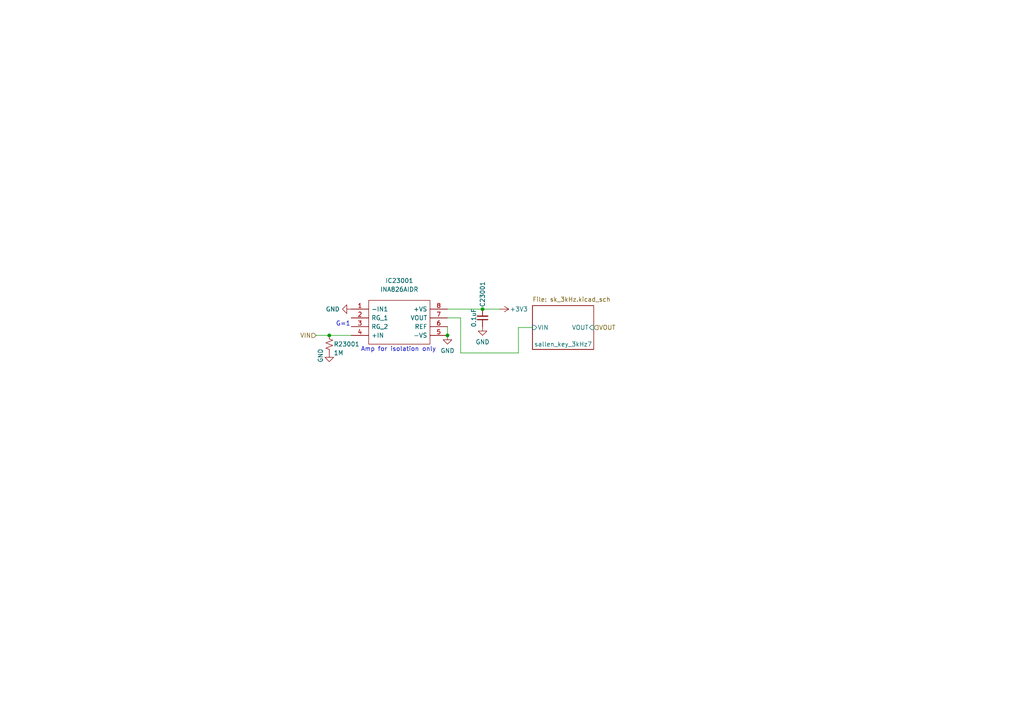
<source format=kicad_sch>
(kicad_sch (version 20231120) (generator "eeschema") (generator_version "8.0")
  (paper "A4")
  (lib_symbols
    (symbol "Device:C_Small" (pin_numbers hide) (pin_names (offset 0.254) hide)
      (property "Reference" "C" (at 0.254 1.778 0))
      (property "Value" "C_Small" (at 0.254 -2.032 0))
      (symbol "C_Small_0_1"
        (polyline (pts (xy -1.524 -0.508) (xy 1.524 -0.508)) (stroke (width 0.3302)))
        (polyline (pts (xy -1.524 0.508) (xy 1.524 0.508)) (stroke (width 0.3048)))
      )
      (symbol "C_Small_1_1"
        (pin passive line (at 0 2.54 270) (length 2.032) (name "~") (number "1"))
        (pin passive line (at 0 -2.54 90) (length 2.032) (name "~") (number "2"))
      )
    )
    (symbol "Device:R_Small_US" (pin_numbers hide) (pin_names (offset 0.254) hide)
      (property "Reference" "R" (at 0.762 0.508 0))
      (property "Value" "R_Small_US" (at 0.762 -1.016 0))
      (symbol "R_Small_US_1_1"
        (polyline (pts (xy 0 0) (xy 1.016 -0.381) (xy 0 -0.762) (xy -1.016 -1.143) (xy 0 -1.524)))
        (polyline (pts (xy 0 1.524) (xy 1.016 1.143) (xy 0 0.762) (xy -1.016 0.381) (xy 0 0)))
        (pin passive line (at 0 2.54 270) (length 1.016) (name "~") (number "1"))
        (pin passive line (at 0 -2.54 90) (length 1.016) (name "~") (number "2"))
      )
    )
    (symbol "aaa:INA826AIDR" (pin_names (offset 0.762))
      (property "Reference" "IC" (at 24.13 7.62 0))
      (property "Value" "INA826AIDR" (at 24.13 5.08 0))
      (symbol "INA826AIDR_0_0"
        (pin passive line (at 0 0 0) (length 5.08) (name "-IN1") (number "1"))
        (pin passive line (at 0 -2.54 0) (length 5.08) (name "RG_1") (number "2"))
        (pin passive line (at 0 -5.08 0) (length 5.08) (name "RG_2") (number "3"))
        (pin passive line (at 0 -7.62 0) (length 5.08) (name "+IN") (number "4"))
        (pin passive line (at 27.94 -7.62 180) (length 5.08) (name "-VS") (number "5"))
        (pin passive line (at 27.94 -5.08 180) (length 5.08) (name "REF") (number "6"))
        (pin passive line (at 27.94 -2.54 180) (length 5.08) (name "VOUT") (number "7"))
        (pin passive line (at 27.94 0 180) (length 5.08) (name "+VS") (number "8"))
      )
      (symbol "INA826AIDR_0_1"
        (polyline (pts (xy 5.08 2.54) (xy 22.86 2.54) (xy 22.86 -10.16) (xy 5.08 -10.16) (xy 5.08 2.54)) (stroke (width 0.1524)))
      )
    )
    (symbol "power:+3V3" (power) (pin_numbers hide) (pin_names (offset 0) hide)
      (property "Value" "+3V3" (at 0 3.556 0))
      (symbol "+3V3_0_1"
        (polyline (pts (xy -0.762 1.27) (xy 0 2.54)))
        (polyline (pts (xy 0 0) (xy 0 2.54)))
        (polyline (pts (xy 0 2.54) (xy 0.762 1.27)))
      )
      (symbol "+3V3_1_1"
        (pin power_in line (at 0 0 90) (length 0) (name "~") (number "1"))
      )
    )
    (symbol "power:GND" (power) (pin_names (offset 0))
      (property "Value" "GND" (at 0 -3.81 0))
      (symbol "GND_0_1"
        (polyline (pts (xy 0 0) (xy 0 -1.27) (xy 1.27 -1.27) (xy 0 -2.54) (xy -1.27 -1.27) (xy 0 -1.27)))
      )
      (symbol "GND_1_1"
        (pin power_in line (at 0 0 270) (length 0) hide (name "GND") (number "1"))
      )
    )
  )
  (junction (at 95.504 97.282))
  (junction (at 129.794 97.282))
  (junction (at 139.954 89.662))
  (wire (pts (xy 129.794 94.742) (xy 129.794 97.282)))
  (wire (pts (xy 129.794 89.662) (xy 139.954 89.662)))
  (wire (pts (xy 101.854 97.282) (xy 95.504 97.282)))
  (wire (pts (xy 150.368 102.362) (xy 133.604 102.362)))
  (wire (pts (xy 133.604 102.362) (xy 133.604 92.202)))
  (wire (pts (xy 139.954 89.662) (xy 145.034 89.662)))
  (wire (pts (xy 154.432 94.996) (xy 150.368 94.996)))
  (wire (pts (xy 150.368 94.996) (xy 150.368 102.362)))
  (wire (pts (xy 95.504 97.282) (xy 91.694 97.282)))
  (wire (pts (xy 133.604 92.202) (xy 129.794 92.202)))
  (text "Amp for isolation only" (at 104.648 102.108 0) (effects (font (size 1.27 1.27)) (justify left bottom)))
  (text "G=1" (at 97.409 94.742 0) (effects (font (size 1.27 1.27)) (justify left bottom)))
  (hierarchical_label "VOUT" (shape input) (at 172.212 94.996 0))
  (hierarchical_label "VIN" (shape input) (at 91.694 97.282 180))
  (symbol (lib_id "Device:R_Small_US") (at 95.504 99.822 0) (unit 1)
    (property "Reference" "R23001" (at 96.774 99.822 0) (effects (justify left)))
    (property "Value" "1M" (at 96.774 102.362 0) (effects (justify left)))
    (property "Footprint" "Resistor_SMD:R_0402_1005Metric" (effects (hide yes)))
    (instances (project "analog_frontend_panel" (path "" (reference "R23001") (unit 1)) (path "" (reference "R22001") (unit 1)) (path "" (reference "R27003") (unit 1)) (path "" (reference "R24001") (unit 1))))
  )
  (symbol (lib_id "aaa:INA826AIDR") (at 101.854 89.662 0) (unit 1)
    (property "Reference" "IC23001" (at 115.824 81.407 0))
    (property "Value" "INA826AIDR" (at 115.824 83.947 0))
    (property "Footprint" "aaa:SOIC127P600X175-8N" (effects (hide yes)))
    (property "Datasheet" "http://www.ti.com/lit/gpn/ina826" (effects (hide yes)))
    (property "Description" "Precision, 200-uA Supply Current, 36-V Supply Instrumentation Amplifier" (effects (hide yes)))
    (property "Height" "1.75" (effects (hide yes)))
    (property "Manufacturer_Name" "Texas Instruments" (effects (hide yes)))
    (property "Manufacturer_Part_Number" "INA826AIDR" (effects (hide yes)))
    (property "Mouser Part Number" "595-INA826AIDR" (effects (hide yes)))
    (property "Mouser Price/Stock" "https://www.mouser.co.uk/ProductDetail/Texas-Instruments/INA826AIDR?qs=RqytGdBYyUFuQNJtlkA6aQ%3D%3D" (effects (hide yes)))
    (property "Arrow Part Number" "INA826AIDR" (effects (hide yes)))
    (property "Arrow Price/Stock" "https://www.arrow.com/en/products/ina826aidr/texas-instruments?region=nac" (effects (hide yes)))
    (property "LCSC" "C38433" (effects (hide yes)))
    (instances (project "analog_frontend_panel" (path "" (reference "IC23001") (unit 1)) (path "" (reference "IC22001") (unit 1)) (path "" (reference "IC27001") (unit 1)) (path "" (reference "IC24001") (unit 1))))
  )
  (symbol (lib_id "Device:C_Small") (at 139.954 92.202 180) (unit 1)
    (property "Reference" "C23001" (at 139.954 85.344 90))
    (property "Value" "0.1uF" (at 137.414 92.202 90))
    (property "Footprint" "Capacitor_SMD:C_0402_1005Metric" (effects (hide yes)))
    (instances (project "analog_frontend_panel" (path "" (reference "C23001") (unit 1)) (path "" (reference "C22001") (unit 1)) (path "" (reference "C27004") (unit 1)) (path "" (reference "C24001") (unit 1))))
  )
  (symbol (lib_id "power:GND") (at 129.794 97.282 0) (unit 1)
    (property "Reference" "#PWR23003" (effects (hide yes)))
    (property "Value" "GND" (at 129.794 101.727 0))
    (instances (project "analog_frontend_panel" (path "" (reference "#PWR23003") (unit 1)) (path "" (reference "#PWR22003") (unit 1)) (path "" (reference "#PWR27006") (unit 1)) (path "" (reference "#PWR24003") (unit 1))))
  )
  (symbol (lib_id "power:+3V3") (at 145.034 89.662 270) (unit 1)
    (property "Reference" "#PWR23005" (effects (hide yes)))
    (property "Value" "+3V3" (at 147.828 89.662 90) (effects (justify left)))
    (property "Description" "Power symbol creates a global label with name \"+3V3\"" (effects (hide yes)))
    (instances (project "analog_frontend_panel" (path "" (reference "#PWR23005") (unit 1)) (path "" (reference "#PWR22005") (unit 1)) (path "" (reference "#PWR27008") (unit 1)) (path "" (reference "#PWR24005") (unit 1))))
  )
  (symbol (lib_id "power:GND") (at 139.954 94.742 0) (unit 1)
    (property "Reference" "#PWR23004" (effects (hide yes)))
    (property "Value" "GND" (at 139.954 99.187 0))
    (instances (project "analog_frontend_panel" (path "" (reference "#PWR23004") (unit 1)) (path "" (reference "#PWR22004") (unit 1)) (path "" (reference "#PWR27007") (unit 1)) (path "" (reference "#PWR24004") (unit 1))))
  )
  (symbol (lib_id "power:GND") (at 95.504 102.362 0) (unit 1)
    (property "Reference" "#PWR23001" (effects (hide yes)))
    (property "Value" "GND" (at 92.964 101.092 90) (effects (justify right)))
    (instances (project "analog_frontend_panel" (path "" (reference "#PWR23001") (unit 1)) (path "" (reference "#PWR22001") (unit 1)) (path "" (reference "#PWR27003") (unit 1)) (path "" (reference "#PWR24001") (unit 1))))
  )
  (symbol (lib_id "power:GND") (at 101.854 89.662 270) (unit 1)
    (property "Reference" "#PWR23002" (effects (hide yes)))
    (property "Value" "GND" (at 98.552 89.6619 90) (effects (justify right)))
    (instances (project "analog_frontend_panel" (path "" (reference "#PWR23002") (unit 1)) (path "" (reference "#PWR22002") (unit 1)) (path "" (reference "#PWR27005") (unit 1)) (path "" (reference "#PWR24002") (unit 1))))
  )
  (sheet (at 154.432 88.646) (size 17.78 12.7) (stroke (width 0.1524))
    (property "Sheetname" "sallen_key_3kHz7" (at 154.94 100.584 0) (effects (justify left bottom)))
    (property "Sheetfile" "sk_3kHz.kicad_sch" (at 154.432 86.106 0) (effects (justify left top)))
    (pin "VIN" input (at 154.432 94.996 180))
    (pin "VOUT" input (at 172.212 94.996 0))
  )
)
</source>
